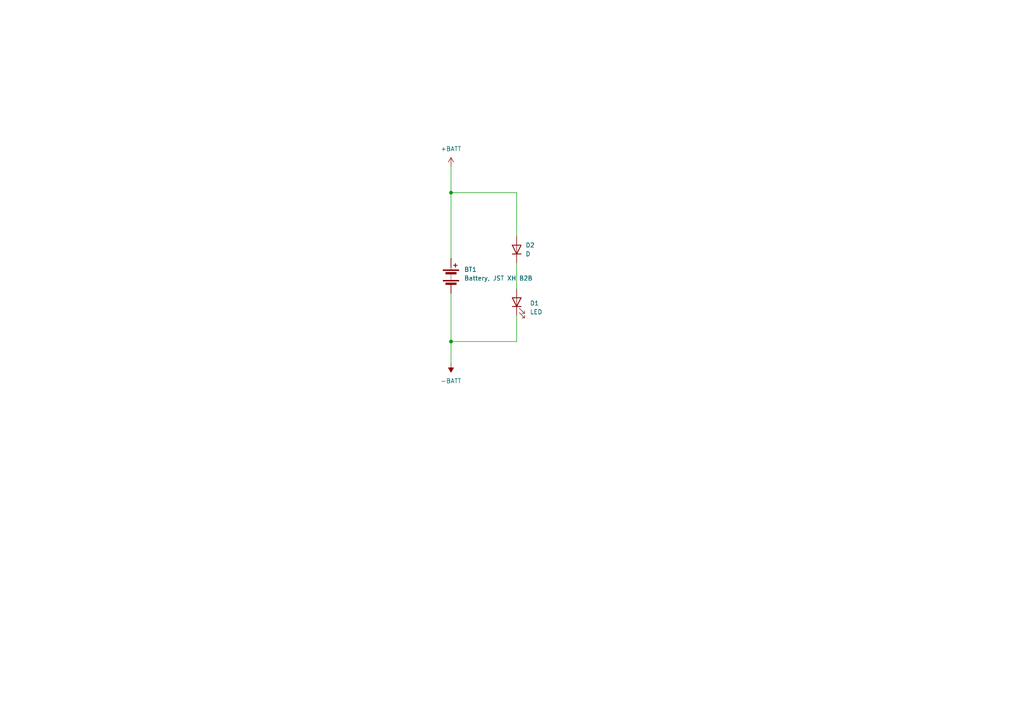
<source format=kicad_sch>
(kicad_sch (version 20230121) (generator eeschema)
  (paper "A4")
  (title_block (date "2023-08-19") (rev "1.0") (company "Geekhouse Tsukuba"))
  (lib_symbols
    (symbol "Device:Battery" (pin_numbers hide) (pin_names (offset 0) hide)
      (property "Reference" "BT" (at 2.54 2.54 0))
      (property "Value" "Battery" (at 2.54 0 0))
      (symbol "Battery_0_1"
        (rectangle (start -2.286 -1.27) (end 2.286 -1.524) (fill (type outline)))
        (rectangle (start -2.286 1.778) (end 2.286 1.524) (fill (type outline)))
        (rectangle (start -1.524 -2.032) (end 1.524 -2.54) (fill (type outline)))
        (rectangle (start -1.524 1.016) (end 1.524 0.508) (fill (type outline)))
        (polyline (pts (xy 0 -1.016) (xy 0 -0.762)))
        (polyline (pts (xy 0 -0.508) (xy 0 -0.254)))
        (polyline (pts (xy 0 0) (xy 0 0.254)))
        (polyline (pts (xy 0 1.778) (xy 0 2.54)))
        (polyline (pts (xy 0.762 3.048) (xy 1.778 3.048)) (stroke (width 0.254)))
        (polyline (pts (xy 1.27 3.556) (xy 1.27 2.54)) (stroke (width 0.254)))
      )
      (symbol "Battery_1_1"
        (pin passive line (at 0 5.08 270) (length 2.54) (name "+") (number "1"))
        (pin passive line (at 0 -5.08 90) (length 2.54) (name "-") (number "2"))
      )
    )
    (symbol "Device:D" (pin_numbers hide) (pin_names (offset 1.016) hide)
      (property "Reference" "D" (at 0 2.54 0))
      (property "Value" "D" (at 0 -2.54 0))
      (symbol "D_0_1"
        (polyline (pts (xy -1.27 1.27) (xy -1.27 -1.27)) (stroke (width 0.254)))
        (polyline (pts (xy 1.27 0) (xy -1.27 0)))
        (polyline (pts (xy 1.27 1.27) (xy 1.27 -1.27) (xy -1.27 0) (xy 1.27 1.27)) (stroke (width 0.254)))
      )
      (symbol "D_1_1"
        (pin passive line (at -3.81 0 0) (length 2.54) (name "K") (number "1"))
        (pin passive line (at 3.81 0 180) (length 2.54) (name "A") (number "2"))
      )
    )
    (symbol "Device:LED" (pin_numbers hide) (pin_names (offset 1.016) hide)
      (property "Reference" "D" (at 0 2.54 0))
      (property "Value" "LED" (at 0 -2.54 0))
      (symbol "LED_0_1"
        (polyline (pts (xy -1.27 -1.27) (xy -1.27 1.27)) (stroke (width 0.254)))
        (polyline (pts (xy -1.27 0) (xy 1.27 0)))
        (polyline (pts (xy 1.27 -1.27) (xy 1.27 1.27) (xy -1.27 0) (xy 1.27 -1.27)) (stroke (width 0.254)))
        (polyline (pts (xy -3.048 -0.762) (xy -4.572 -2.286) (xy -3.81 -2.286) (xy -4.572 -2.286) (xy -4.572 -1.524)))
        (polyline (pts (xy -1.778 -0.762) (xy -3.302 -2.286) (xy -2.54 -2.286) (xy -3.302 -2.286) (xy -3.302 -1.524)))
      )
      (symbol "LED_1_1"
        (pin passive line (at -3.81 0 0) (length 2.54) (name "K") (number "1"))
        (pin passive line (at 3.81 0 180) (length 2.54) (name "A") (number "2"))
      )
    )
    (symbol "power:+BATT" (power) (pin_names (offset 0))
      (property "Value" "+BATT" (at 0 3.556 0))
      (symbol "+BATT_0_1"
        (polyline (pts (xy -0.762 1.27) (xy 0 2.54)))
        (polyline (pts (xy 0 0) (xy 0 2.54)))
        (polyline (pts (xy 0 2.54) (xy 0.762 1.27)))
      )
      (symbol "+BATT_1_1"
        (pin power_in line (at 0 0 90) (length 0) hide (name "+BATT") (number "1"))
      )
    )
    (symbol "power:-BATT" (power) (pin_names (offset 0))
      (property "Value" "-BATT" (at 0 3.556 0))
      (symbol "-BATT_0_1"
        (polyline (pts (xy 0 0) (xy 0 2.54)))
        (polyline (pts (xy 0.762 1.27) (xy -0.762 1.27) (xy 0 2.54) (xy 0.762 1.27)) (fill (type outline)))
      )
      (symbol "-BATT_1_1"
        (pin power_in line (at 0 0 90) (length 0) hide (name "-BATT") (number "1"))
      )
    )
  )
  (junction (at 130.81 55.88))
  (junction (at 130.81 99.06))
  (wire (pts (xy 130.81 85.09) (xy 130.81 99.06)))
  (wire (pts (xy 149.86 55.88) (xy 149.86 68.58)))
  (wire (pts (xy 130.81 55.88) (xy 149.86 55.88)))
  (wire (pts (xy 149.86 91.44) (xy 149.86 99.06)))
  (wire (pts (xy 130.81 99.06) (xy 130.81 105.41)))
  (wire (pts (xy 130.81 48.26) (xy 130.81 55.88)))
  (wire (pts (xy 149.86 99.06) (xy 130.81 99.06)))
  (wire (pts (xy 130.81 74.93) (xy 130.81 55.88)))
  (wire (pts (xy 149.86 76.2) (xy 149.86 83.82)))
  (symbol (lib_id "Device:Battery") (at 130.81 80.01 0) (unit 1)
    (property "Reference" "BT1" (at 134.62 78.1685 0) (effects (justify left)))
    (property "Value" "Battery, JST XH B2B" (at 134.62 80.7085 0) (effects (justify left)))
    (property "Footprint" "Connector_JST:JST_XH_B2B-XH-A_1x02_P2.50mm_Vertical" (effects hide))
  )
  (symbol (lib_id "Device:LED") (at 149.86 87.63 90) (unit 1)
    (property "Reference" "D1" (at 153.67 87.9475 90) (effects (justify right)))
    (property "Value" "LED" (at 153.67 90.4875 90) (effects (justify right)))
    (property "Footprint" "LED_THT:LED_D5.0mm" (effects hide))
  )
  (symbol (lib_id "power:+BATT") (at 130.81 48.26 0) (unit 1)
    (property "Reference" "#PWR02" (effects hide))
    (property "Value" "+BATT" (at 130.81 43.18 0))
  )
  (symbol (lib_id "Device:D") (at 149.86 72.39 90) (unit 1)
    (property "Reference" "D2" (at 152.4 71.12 90) (effects (justify right)))
    (property "Value" "D" (at 152.4 73.66 90) (effects (justify right)))
    (property "Footprint" "Diode_THT:D_DO-41_SOD81_P7.62mm_Horizontal" (effects hide))
    (property "Sim.Device" "D" (effects hide))
    (property "Sim.Pins" "1=K 2=A" (effects hide))
  )
  (symbol (lib_id "power:-BATT") (at 130.81 105.41 180) (unit 1)
    (property "Reference" "#PWR03" (effects hide))
    (property "Value" "-BATT" (at 130.81 110.49 0))
  )
)
</source>
